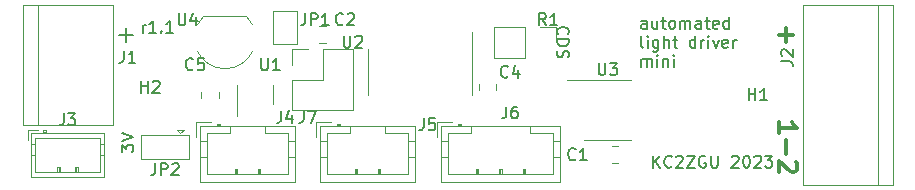
<source format=gbr>
%TF.GenerationSoftware,KiCad,Pcbnew,7.0.6*%
%TF.CreationDate,2023-08-24T15:39:13-04:00*%
%TF.ProjectId,miniald,6d696e69-616c-4642-9e6b-696361645f70,rev?*%
%TF.SameCoordinates,Original*%
%TF.FileFunction,Legend,Top*%
%TF.FilePolarity,Positive*%
%FSLAX46Y46*%
G04 Gerber Fmt 4.6, Leading zero omitted, Abs format (unit mm)*
G04 Created by KiCad (PCBNEW 7.0.6) date 2023-08-24 15:39:13*
%MOMM*%
%LPD*%
G01*
G04 APERTURE LIST*
%ADD10C,0.150000*%
%ADD11C,0.304800*%
%ADD12C,0.200000*%
%ADD13C,0.120000*%
G04 APERTURE END LIST*
D10*
X122830419Y-53308333D02*
X122782800Y-53260714D01*
X122782800Y-53260714D02*
X122735180Y-53117857D01*
X122735180Y-53117857D02*
X122735180Y-53022619D01*
X122735180Y-53022619D02*
X122782800Y-52879762D01*
X122782800Y-52879762D02*
X122878038Y-52784524D01*
X122878038Y-52784524D02*
X122973276Y-52736905D01*
X122973276Y-52736905D02*
X123163752Y-52689286D01*
X123163752Y-52689286D02*
X123306609Y-52689286D01*
X123306609Y-52689286D02*
X123497085Y-52736905D01*
X123497085Y-52736905D02*
X123592323Y-52784524D01*
X123592323Y-52784524D02*
X123687561Y-52879762D01*
X123687561Y-52879762D02*
X123735180Y-53022619D01*
X123735180Y-53022619D02*
X123735180Y-53117857D01*
X123735180Y-53117857D02*
X123687561Y-53260714D01*
X123687561Y-53260714D02*
X123639942Y-53308333D01*
X122735180Y-53736905D02*
X123735180Y-53736905D01*
X123735180Y-53736905D02*
X123735180Y-53975000D01*
X123735180Y-53975000D02*
X123687561Y-54117857D01*
X123687561Y-54117857D02*
X123592323Y-54213095D01*
X123592323Y-54213095D02*
X123497085Y-54260714D01*
X123497085Y-54260714D02*
X123306609Y-54308333D01*
X123306609Y-54308333D02*
X123163752Y-54308333D01*
X123163752Y-54308333D02*
X122973276Y-54260714D01*
X122973276Y-54260714D02*
X122878038Y-54213095D01*
X122878038Y-54213095D02*
X122782800Y-54117857D01*
X122782800Y-54117857D02*
X122735180Y-53975000D01*
X122735180Y-53975000D02*
X122735180Y-53736905D01*
X122782800Y-54689286D02*
X122735180Y-54832143D01*
X122735180Y-54832143D02*
X122735180Y-55070238D01*
X122735180Y-55070238D02*
X122782800Y-55165476D01*
X122782800Y-55165476D02*
X122830419Y-55213095D01*
X122830419Y-55213095D02*
X122925657Y-55260714D01*
X122925657Y-55260714D02*
X123020895Y-55260714D01*
X123020895Y-55260714D02*
X123116133Y-55213095D01*
X123116133Y-55213095D02*
X123163752Y-55165476D01*
X123163752Y-55165476D02*
X123211371Y-55070238D01*
X123211371Y-55070238D02*
X123258990Y-54879762D01*
X123258990Y-54879762D02*
X123306609Y-54784524D01*
X123306609Y-54784524D02*
X123354228Y-54736905D01*
X123354228Y-54736905D02*
X123449466Y-54689286D01*
X123449466Y-54689286D02*
X123544704Y-54689286D01*
X123544704Y-54689286D02*
X123639942Y-54736905D01*
X123639942Y-54736905D02*
X123687561Y-54784524D01*
X123687561Y-54784524D02*
X123735180Y-54879762D01*
X123735180Y-54879762D02*
X123735180Y-55117857D01*
X123735180Y-55117857D02*
X123687561Y-55260714D01*
X85864819Y-63258458D02*
X85864819Y-62639411D01*
X85864819Y-62639411D02*
X86245771Y-62972744D01*
X86245771Y-62972744D02*
X86245771Y-62829887D01*
X86245771Y-62829887D02*
X86293390Y-62734649D01*
X86293390Y-62734649D02*
X86341009Y-62687030D01*
X86341009Y-62687030D02*
X86436247Y-62639411D01*
X86436247Y-62639411D02*
X86674342Y-62639411D01*
X86674342Y-62639411D02*
X86769580Y-62687030D01*
X86769580Y-62687030D02*
X86817200Y-62734649D01*
X86817200Y-62734649D02*
X86864819Y-62829887D01*
X86864819Y-62829887D02*
X86864819Y-63115601D01*
X86864819Y-63115601D02*
X86817200Y-63210839D01*
X86817200Y-63210839D02*
X86769580Y-63258458D01*
X85864819Y-62353696D02*
X86864819Y-62020363D01*
X86864819Y-62020363D02*
X85864819Y-61687030D01*
X130866190Y-64589819D02*
X130866190Y-63589819D01*
X131437618Y-64589819D02*
X131009047Y-64018390D01*
X131437618Y-63589819D02*
X130866190Y-64161247D01*
X132437618Y-64494580D02*
X132389999Y-64542200D01*
X132389999Y-64542200D02*
X132247142Y-64589819D01*
X132247142Y-64589819D02*
X132151904Y-64589819D01*
X132151904Y-64589819D02*
X132009047Y-64542200D01*
X132009047Y-64542200D02*
X131913809Y-64446961D01*
X131913809Y-64446961D02*
X131866190Y-64351723D01*
X131866190Y-64351723D02*
X131818571Y-64161247D01*
X131818571Y-64161247D02*
X131818571Y-64018390D01*
X131818571Y-64018390D02*
X131866190Y-63827914D01*
X131866190Y-63827914D02*
X131913809Y-63732676D01*
X131913809Y-63732676D02*
X132009047Y-63637438D01*
X132009047Y-63637438D02*
X132151904Y-63589819D01*
X132151904Y-63589819D02*
X132247142Y-63589819D01*
X132247142Y-63589819D02*
X132389999Y-63637438D01*
X132389999Y-63637438D02*
X132437618Y-63685057D01*
X132818571Y-63685057D02*
X132866190Y-63637438D01*
X132866190Y-63637438D02*
X132961428Y-63589819D01*
X132961428Y-63589819D02*
X133199523Y-63589819D01*
X133199523Y-63589819D02*
X133294761Y-63637438D01*
X133294761Y-63637438D02*
X133342380Y-63685057D01*
X133342380Y-63685057D02*
X133389999Y-63780295D01*
X133389999Y-63780295D02*
X133389999Y-63875533D01*
X133389999Y-63875533D02*
X133342380Y-64018390D01*
X133342380Y-64018390D02*
X132770952Y-64589819D01*
X132770952Y-64589819D02*
X133389999Y-64589819D01*
X133723333Y-63589819D02*
X134389999Y-63589819D01*
X134389999Y-63589819D02*
X133723333Y-64589819D01*
X133723333Y-64589819D02*
X134389999Y-64589819D01*
X135294761Y-63637438D02*
X135199523Y-63589819D01*
X135199523Y-63589819D02*
X135056666Y-63589819D01*
X135056666Y-63589819D02*
X134913809Y-63637438D01*
X134913809Y-63637438D02*
X134818571Y-63732676D01*
X134818571Y-63732676D02*
X134770952Y-63827914D01*
X134770952Y-63827914D02*
X134723333Y-64018390D01*
X134723333Y-64018390D02*
X134723333Y-64161247D01*
X134723333Y-64161247D02*
X134770952Y-64351723D01*
X134770952Y-64351723D02*
X134818571Y-64446961D01*
X134818571Y-64446961D02*
X134913809Y-64542200D01*
X134913809Y-64542200D02*
X135056666Y-64589819D01*
X135056666Y-64589819D02*
X135151904Y-64589819D01*
X135151904Y-64589819D02*
X135294761Y-64542200D01*
X135294761Y-64542200D02*
X135342380Y-64494580D01*
X135342380Y-64494580D02*
X135342380Y-64161247D01*
X135342380Y-64161247D02*
X135151904Y-64161247D01*
X135770952Y-63589819D02*
X135770952Y-64399342D01*
X135770952Y-64399342D02*
X135818571Y-64494580D01*
X135818571Y-64494580D02*
X135866190Y-64542200D01*
X135866190Y-64542200D02*
X135961428Y-64589819D01*
X135961428Y-64589819D02*
X136151904Y-64589819D01*
X136151904Y-64589819D02*
X136247142Y-64542200D01*
X136247142Y-64542200D02*
X136294761Y-64494580D01*
X136294761Y-64494580D02*
X136342380Y-64399342D01*
X136342380Y-64399342D02*
X136342380Y-63589819D01*
X137532857Y-63685057D02*
X137580476Y-63637438D01*
X137580476Y-63637438D02*
X137675714Y-63589819D01*
X137675714Y-63589819D02*
X137913809Y-63589819D01*
X137913809Y-63589819D02*
X138009047Y-63637438D01*
X138009047Y-63637438D02*
X138056666Y-63685057D01*
X138056666Y-63685057D02*
X138104285Y-63780295D01*
X138104285Y-63780295D02*
X138104285Y-63875533D01*
X138104285Y-63875533D02*
X138056666Y-64018390D01*
X138056666Y-64018390D02*
X137485238Y-64589819D01*
X137485238Y-64589819D02*
X138104285Y-64589819D01*
X138723333Y-63589819D02*
X138818571Y-63589819D01*
X138818571Y-63589819D02*
X138913809Y-63637438D01*
X138913809Y-63637438D02*
X138961428Y-63685057D01*
X138961428Y-63685057D02*
X139009047Y-63780295D01*
X139009047Y-63780295D02*
X139056666Y-63970771D01*
X139056666Y-63970771D02*
X139056666Y-64208866D01*
X139056666Y-64208866D02*
X139009047Y-64399342D01*
X139009047Y-64399342D02*
X138961428Y-64494580D01*
X138961428Y-64494580D02*
X138913809Y-64542200D01*
X138913809Y-64542200D02*
X138818571Y-64589819D01*
X138818571Y-64589819D02*
X138723333Y-64589819D01*
X138723333Y-64589819D02*
X138628095Y-64542200D01*
X138628095Y-64542200D02*
X138580476Y-64494580D01*
X138580476Y-64494580D02*
X138532857Y-64399342D01*
X138532857Y-64399342D02*
X138485238Y-64208866D01*
X138485238Y-64208866D02*
X138485238Y-63970771D01*
X138485238Y-63970771D02*
X138532857Y-63780295D01*
X138532857Y-63780295D02*
X138580476Y-63685057D01*
X138580476Y-63685057D02*
X138628095Y-63637438D01*
X138628095Y-63637438D02*
X138723333Y-63589819D01*
X139437619Y-63685057D02*
X139485238Y-63637438D01*
X139485238Y-63637438D02*
X139580476Y-63589819D01*
X139580476Y-63589819D02*
X139818571Y-63589819D01*
X139818571Y-63589819D02*
X139913809Y-63637438D01*
X139913809Y-63637438D02*
X139961428Y-63685057D01*
X139961428Y-63685057D02*
X140009047Y-63780295D01*
X140009047Y-63780295D02*
X140009047Y-63875533D01*
X140009047Y-63875533D02*
X139961428Y-64018390D01*
X139961428Y-64018390D02*
X139390000Y-64589819D01*
X139390000Y-64589819D02*
X140009047Y-64589819D01*
X140342381Y-63589819D02*
X140961428Y-63589819D01*
X140961428Y-63589819D02*
X140628095Y-63970771D01*
X140628095Y-63970771D02*
X140770952Y-63970771D01*
X140770952Y-63970771D02*
X140866190Y-64018390D01*
X140866190Y-64018390D02*
X140913809Y-64066009D01*
X140913809Y-64066009D02*
X140961428Y-64161247D01*
X140961428Y-64161247D02*
X140961428Y-64399342D01*
X140961428Y-64399342D02*
X140913809Y-64494580D01*
X140913809Y-64494580D02*
X140866190Y-64542200D01*
X140866190Y-64542200D02*
X140770952Y-64589819D01*
X140770952Y-64589819D02*
X140485238Y-64589819D01*
X140485238Y-64589819D02*
X140390000Y-64542200D01*
X140390000Y-64542200D02*
X140342381Y-64494580D01*
D11*
X142131390Y-52759429D02*
X142131390Y-53920572D01*
X141550818Y-53340000D02*
X142711961Y-53340000D01*
D10*
X130305350Y-52819819D02*
X130305350Y-52296009D01*
X130305350Y-52296009D02*
X130257731Y-52200771D01*
X130257731Y-52200771D02*
X130162493Y-52153152D01*
X130162493Y-52153152D02*
X129972017Y-52153152D01*
X129972017Y-52153152D02*
X129876779Y-52200771D01*
X130305350Y-52772200D02*
X130210112Y-52819819D01*
X130210112Y-52819819D02*
X129972017Y-52819819D01*
X129972017Y-52819819D02*
X129876779Y-52772200D01*
X129876779Y-52772200D02*
X129829160Y-52676961D01*
X129829160Y-52676961D02*
X129829160Y-52581723D01*
X129829160Y-52581723D02*
X129876779Y-52486485D01*
X129876779Y-52486485D02*
X129972017Y-52438866D01*
X129972017Y-52438866D02*
X130210112Y-52438866D01*
X130210112Y-52438866D02*
X130305350Y-52391247D01*
X131210112Y-52153152D02*
X131210112Y-52819819D01*
X130781541Y-52153152D02*
X130781541Y-52676961D01*
X130781541Y-52676961D02*
X130829160Y-52772200D01*
X130829160Y-52772200D02*
X130924398Y-52819819D01*
X130924398Y-52819819D02*
X131067255Y-52819819D01*
X131067255Y-52819819D02*
X131162493Y-52772200D01*
X131162493Y-52772200D02*
X131210112Y-52724580D01*
X131543446Y-52153152D02*
X131924398Y-52153152D01*
X131686303Y-51819819D02*
X131686303Y-52676961D01*
X131686303Y-52676961D02*
X131733922Y-52772200D01*
X131733922Y-52772200D02*
X131829160Y-52819819D01*
X131829160Y-52819819D02*
X131924398Y-52819819D01*
X132400589Y-52819819D02*
X132305351Y-52772200D01*
X132305351Y-52772200D02*
X132257732Y-52724580D01*
X132257732Y-52724580D02*
X132210113Y-52629342D01*
X132210113Y-52629342D02*
X132210113Y-52343628D01*
X132210113Y-52343628D02*
X132257732Y-52248390D01*
X132257732Y-52248390D02*
X132305351Y-52200771D01*
X132305351Y-52200771D02*
X132400589Y-52153152D01*
X132400589Y-52153152D02*
X132543446Y-52153152D01*
X132543446Y-52153152D02*
X132638684Y-52200771D01*
X132638684Y-52200771D02*
X132686303Y-52248390D01*
X132686303Y-52248390D02*
X132733922Y-52343628D01*
X132733922Y-52343628D02*
X132733922Y-52629342D01*
X132733922Y-52629342D02*
X132686303Y-52724580D01*
X132686303Y-52724580D02*
X132638684Y-52772200D01*
X132638684Y-52772200D02*
X132543446Y-52819819D01*
X132543446Y-52819819D02*
X132400589Y-52819819D01*
X133162494Y-52819819D02*
X133162494Y-52153152D01*
X133162494Y-52248390D02*
X133210113Y-52200771D01*
X133210113Y-52200771D02*
X133305351Y-52153152D01*
X133305351Y-52153152D02*
X133448208Y-52153152D01*
X133448208Y-52153152D02*
X133543446Y-52200771D01*
X133543446Y-52200771D02*
X133591065Y-52296009D01*
X133591065Y-52296009D02*
X133591065Y-52819819D01*
X133591065Y-52296009D02*
X133638684Y-52200771D01*
X133638684Y-52200771D02*
X133733922Y-52153152D01*
X133733922Y-52153152D02*
X133876779Y-52153152D01*
X133876779Y-52153152D02*
X133972018Y-52200771D01*
X133972018Y-52200771D02*
X134019637Y-52296009D01*
X134019637Y-52296009D02*
X134019637Y-52819819D01*
X134924398Y-52819819D02*
X134924398Y-52296009D01*
X134924398Y-52296009D02*
X134876779Y-52200771D01*
X134876779Y-52200771D02*
X134781541Y-52153152D01*
X134781541Y-52153152D02*
X134591065Y-52153152D01*
X134591065Y-52153152D02*
X134495827Y-52200771D01*
X134924398Y-52772200D02*
X134829160Y-52819819D01*
X134829160Y-52819819D02*
X134591065Y-52819819D01*
X134591065Y-52819819D02*
X134495827Y-52772200D01*
X134495827Y-52772200D02*
X134448208Y-52676961D01*
X134448208Y-52676961D02*
X134448208Y-52581723D01*
X134448208Y-52581723D02*
X134495827Y-52486485D01*
X134495827Y-52486485D02*
X134591065Y-52438866D01*
X134591065Y-52438866D02*
X134829160Y-52438866D01*
X134829160Y-52438866D02*
X134924398Y-52391247D01*
X135257732Y-52153152D02*
X135638684Y-52153152D01*
X135400589Y-51819819D02*
X135400589Y-52676961D01*
X135400589Y-52676961D02*
X135448208Y-52772200D01*
X135448208Y-52772200D02*
X135543446Y-52819819D01*
X135543446Y-52819819D02*
X135638684Y-52819819D01*
X136352970Y-52772200D02*
X136257732Y-52819819D01*
X136257732Y-52819819D02*
X136067256Y-52819819D01*
X136067256Y-52819819D02*
X135972018Y-52772200D01*
X135972018Y-52772200D02*
X135924399Y-52676961D01*
X135924399Y-52676961D02*
X135924399Y-52296009D01*
X135924399Y-52296009D02*
X135972018Y-52200771D01*
X135972018Y-52200771D02*
X136067256Y-52153152D01*
X136067256Y-52153152D02*
X136257732Y-52153152D01*
X136257732Y-52153152D02*
X136352970Y-52200771D01*
X136352970Y-52200771D02*
X136400589Y-52296009D01*
X136400589Y-52296009D02*
X136400589Y-52391247D01*
X136400589Y-52391247D02*
X135924399Y-52486485D01*
X137257732Y-52819819D02*
X137257732Y-51819819D01*
X137257732Y-52772200D02*
X137162494Y-52819819D01*
X137162494Y-52819819D02*
X136972018Y-52819819D01*
X136972018Y-52819819D02*
X136876780Y-52772200D01*
X136876780Y-52772200D02*
X136829161Y-52724580D01*
X136829161Y-52724580D02*
X136781542Y-52629342D01*
X136781542Y-52629342D02*
X136781542Y-52343628D01*
X136781542Y-52343628D02*
X136829161Y-52248390D01*
X136829161Y-52248390D02*
X136876780Y-52200771D01*
X136876780Y-52200771D02*
X136972018Y-52153152D01*
X136972018Y-52153152D02*
X137162494Y-52153152D01*
X137162494Y-52153152D02*
X137257732Y-52200771D01*
X130019636Y-54429819D02*
X129924398Y-54382200D01*
X129924398Y-54382200D02*
X129876779Y-54286961D01*
X129876779Y-54286961D02*
X129876779Y-53429819D01*
X130400589Y-54429819D02*
X130400589Y-53763152D01*
X130400589Y-53429819D02*
X130352970Y-53477438D01*
X130352970Y-53477438D02*
X130400589Y-53525057D01*
X130400589Y-53525057D02*
X130448208Y-53477438D01*
X130448208Y-53477438D02*
X130400589Y-53429819D01*
X130400589Y-53429819D02*
X130400589Y-53525057D01*
X131305350Y-53763152D02*
X131305350Y-54572676D01*
X131305350Y-54572676D02*
X131257731Y-54667914D01*
X131257731Y-54667914D02*
X131210112Y-54715533D01*
X131210112Y-54715533D02*
X131114874Y-54763152D01*
X131114874Y-54763152D02*
X130972017Y-54763152D01*
X130972017Y-54763152D02*
X130876779Y-54715533D01*
X131305350Y-54382200D02*
X131210112Y-54429819D01*
X131210112Y-54429819D02*
X131019636Y-54429819D01*
X131019636Y-54429819D02*
X130924398Y-54382200D01*
X130924398Y-54382200D02*
X130876779Y-54334580D01*
X130876779Y-54334580D02*
X130829160Y-54239342D01*
X130829160Y-54239342D02*
X130829160Y-53953628D01*
X130829160Y-53953628D02*
X130876779Y-53858390D01*
X130876779Y-53858390D02*
X130924398Y-53810771D01*
X130924398Y-53810771D02*
X131019636Y-53763152D01*
X131019636Y-53763152D02*
X131210112Y-53763152D01*
X131210112Y-53763152D02*
X131305350Y-53810771D01*
X131781541Y-54429819D02*
X131781541Y-53429819D01*
X132210112Y-54429819D02*
X132210112Y-53906009D01*
X132210112Y-53906009D02*
X132162493Y-53810771D01*
X132162493Y-53810771D02*
X132067255Y-53763152D01*
X132067255Y-53763152D02*
X131924398Y-53763152D01*
X131924398Y-53763152D02*
X131829160Y-53810771D01*
X131829160Y-53810771D02*
X131781541Y-53858390D01*
X132543446Y-53763152D02*
X132924398Y-53763152D01*
X132686303Y-53429819D02*
X132686303Y-54286961D01*
X132686303Y-54286961D02*
X132733922Y-54382200D01*
X132733922Y-54382200D02*
X132829160Y-54429819D01*
X132829160Y-54429819D02*
X132924398Y-54429819D01*
X134448208Y-54429819D02*
X134448208Y-53429819D01*
X134448208Y-54382200D02*
X134352970Y-54429819D01*
X134352970Y-54429819D02*
X134162494Y-54429819D01*
X134162494Y-54429819D02*
X134067256Y-54382200D01*
X134067256Y-54382200D02*
X134019637Y-54334580D01*
X134019637Y-54334580D02*
X133972018Y-54239342D01*
X133972018Y-54239342D02*
X133972018Y-53953628D01*
X133972018Y-53953628D02*
X134019637Y-53858390D01*
X134019637Y-53858390D02*
X134067256Y-53810771D01*
X134067256Y-53810771D02*
X134162494Y-53763152D01*
X134162494Y-53763152D02*
X134352970Y-53763152D01*
X134352970Y-53763152D02*
X134448208Y-53810771D01*
X134924399Y-54429819D02*
X134924399Y-53763152D01*
X134924399Y-53953628D02*
X134972018Y-53858390D01*
X134972018Y-53858390D02*
X135019637Y-53810771D01*
X135019637Y-53810771D02*
X135114875Y-53763152D01*
X135114875Y-53763152D02*
X135210113Y-53763152D01*
X135543447Y-54429819D02*
X135543447Y-53763152D01*
X135543447Y-53429819D02*
X135495828Y-53477438D01*
X135495828Y-53477438D02*
X135543447Y-53525057D01*
X135543447Y-53525057D02*
X135591066Y-53477438D01*
X135591066Y-53477438D02*
X135543447Y-53429819D01*
X135543447Y-53429819D02*
X135543447Y-53525057D01*
X135924399Y-53763152D02*
X136162494Y-54429819D01*
X136162494Y-54429819D02*
X136400589Y-53763152D01*
X137162494Y-54382200D02*
X137067256Y-54429819D01*
X137067256Y-54429819D02*
X136876780Y-54429819D01*
X136876780Y-54429819D02*
X136781542Y-54382200D01*
X136781542Y-54382200D02*
X136733923Y-54286961D01*
X136733923Y-54286961D02*
X136733923Y-53906009D01*
X136733923Y-53906009D02*
X136781542Y-53810771D01*
X136781542Y-53810771D02*
X136876780Y-53763152D01*
X136876780Y-53763152D02*
X137067256Y-53763152D01*
X137067256Y-53763152D02*
X137162494Y-53810771D01*
X137162494Y-53810771D02*
X137210113Y-53906009D01*
X137210113Y-53906009D02*
X137210113Y-54001247D01*
X137210113Y-54001247D02*
X136733923Y-54096485D01*
X137638685Y-54429819D02*
X137638685Y-53763152D01*
X137638685Y-53953628D02*
X137686304Y-53858390D01*
X137686304Y-53858390D02*
X137733923Y-53810771D01*
X137733923Y-53810771D02*
X137829161Y-53763152D01*
X137829161Y-53763152D02*
X137924399Y-53763152D01*
X129876779Y-56039819D02*
X129876779Y-55373152D01*
X129876779Y-55468390D02*
X129924398Y-55420771D01*
X129924398Y-55420771D02*
X130019636Y-55373152D01*
X130019636Y-55373152D02*
X130162493Y-55373152D01*
X130162493Y-55373152D02*
X130257731Y-55420771D01*
X130257731Y-55420771D02*
X130305350Y-55516009D01*
X130305350Y-55516009D02*
X130305350Y-56039819D01*
X130305350Y-55516009D02*
X130352969Y-55420771D01*
X130352969Y-55420771D02*
X130448207Y-55373152D01*
X130448207Y-55373152D02*
X130591064Y-55373152D01*
X130591064Y-55373152D02*
X130686303Y-55420771D01*
X130686303Y-55420771D02*
X130733922Y-55516009D01*
X130733922Y-55516009D02*
X130733922Y-56039819D01*
X131210112Y-56039819D02*
X131210112Y-55373152D01*
X131210112Y-55039819D02*
X131162493Y-55087438D01*
X131162493Y-55087438D02*
X131210112Y-55135057D01*
X131210112Y-55135057D02*
X131257731Y-55087438D01*
X131257731Y-55087438D02*
X131210112Y-55039819D01*
X131210112Y-55039819D02*
X131210112Y-55135057D01*
X131686302Y-55373152D02*
X131686302Y-56039819D01*
X131686302Y-55468390D02*
X131733921Y-55420771D01*
X131733921Y-55420771D02*
X131829159Y-55373152D01*
X131829159Y-55373152D02*
X131972016Y-55373152D01*
X131972016Y-55373152D02*
X132067254Y-55420771D01*
X132067254Y-55420771D02*
X132114873Y-55516009D01*
X132114873Y-55516009D02*
X132114873Y-56039819D01*
X132591064Y-56039819D02*
X132591064Y-55373152D01*
X132591064Y-55039819D02*
X132543445Y-55087438D01*
X132543445Y-55087438D02*
X132591064Y-55135057D01*
X132591064Y-55135057D02*
X132638683Y-55087438D01*
X132638683Y-55087438D02*
X132591064Y-55039819D01*
X132591064Y-55039819D02*
X132591064Y-55135057D01*
D11*
X141550818Y-61631285D02*
X141550818Y-60760428D01*
X141550818Y-61195857D02*
X143074818Y-61195857D01*
X143074818Y-61195857D02*
X142857104Y-61050714D01*
X142857104Y-61050714D02*
X142711961Y-60905571D01*
X142711961Y-60905571D02*
X142639390Y-60760428D01*
X142131390Y-62284429D02*
X142131390Y-63445572D01*
X142929675Y-64098714D02*
X143002247Y-64171286D01*
X143002247Y-64171286D02*
X143074818Y-64316429D01*
X143074818Y-64316429D02*
X143074818Y-64679286D01*
X143074818Y-64679286D02*
X143002247Y-64824429D01*
X143002247Y-64824429D02*
X142929675Y-64897000D01*
X142929675Y-64897000D02*
X142784532Y-64969571D01*
X142784532Y-64969571D02*
X142639390Y-64969571D01*
X142639390Y-64969571D02*
X142421675Y-64897000D01*
X142421675Y-64897000D02*
X141550818Y-64026143D01*
X141550818Y-64026143D02*
X141550818Y-64969571D01*
D10*
X87638095Y-53159819D02*
X87638095Y-52493152D01*
X87638095Y-52683628D02*
X87685714Y-52588390D01*
X87685714Y-52588390D02*
X87733333Y-52540771D01*
X87733333Y-52540771D02*
X87828571Y-52493152D01*
X87828571Y-52493152D02*
X87923809Y-52493152D01*
X88780952Y-53159819D02*
X88209524Y-53159819D01*
X88495238Y-53159819D02*
X88495238Y-52159819D01*
X88495238Y-52159819D02*
X88400000Y-52302676D01*
X88400000Y-52302676D02*
X88304762Y-52397914D01*
X88304762Y-52397914D02*
X88209524Y-52445533D01*
X89209524Y-53064580D02*
X89257143Y-53112200D01*
X89257143Y-53112200D02*
X89209524Y-53159819D01*
X89209524Y-53159819D02*
X89161905Y-53112200D01*
X89161905Y-53112200D02*
X89209524Y-53064580D01*
X89209524Y-53064580D02*
X89209524Y-53159819D01*
X90209523Y-53159819D02*
X89638095Y-53159819D01*
X89923809Y-53159819D02*
X89923809Y-52159819D01*
X89923809Y-52159819D02*
X89828571Y-52302676D01*
X89828571Y-52302676D02*
X89733333Y-52397914D01*
X89733333Y-52397914D02*
X89638095Y-52445533D01*
D12*
X86245940Y-52759429D02*
X86245940Y-53920572D01*
X85665368Y-53340000D02*
X86826511Y-53340000D01*
D10*
X118578333Y-56874580D02*
X118530714Y-56922200D01*
X118530714Y-56922200D02*
X118387857Y-56969819D01*
X118387857Y-56969819D02*
X118292619Y-56969819D01*
X118292619Y-56969819D02*
X118149762Y-56922200D01*
X118149762Y-56922200D02*
X118054524Y-56826961D01*
X118054524Y-56826961D02*
X118006905Y-56731723D01*
X118006905Y-56731723D02*
X117959286Y-56541247D01*
X117959286Y-56541247D02*
X117959286Y-56398390D01*
X117959286Y-56398390D02*
X118006905Y-56207914D01*
X118006905Y-56207914D02*
X118054524Y-56112676D01*
X118054524Y-56112676D02*
X118149762Y-56017438D01*
X118149762Y-56017438D02*
X118292619Y-55969819D01*
X118292619Y-55969819D02*
X118387857Y-55969819D01*
X118387857Y-55969819D02*
X118530714Y-56017438D01*
X118530714Y-56017438D02*
X118578333Y-56065057D01*
X119435476Y-56303152D02*
X119435476Y-56969819D01*
X119197381Y-55922200D02*
X118959286Y-56636485D01*
X118959286Y-56636485D02*
X119578333Y-56636485D01*
X90678095Y-51524819D02*
X90678095Y-52334342D01*
X90678095Y-52334342D02*
X90725714Y-52429580D01*
X90725714Y-52429580D02*
X90773333Y-52477200D01*
X90773333Y-52477200D02*
X90868571Y-52524819D01*
X90868571Y-52524819D02*
X91059047Y-52524819D01*
X91059047Y-52524819D02*
X91154285Y-52477200D01*
X91154285Y-52477200D02*
X91201904Y-52429580D01*
X91201904Y-52429580D02*
X91249523Y-52334342D01*
X91249523Y-52334342D02*
X91249523Y-51524819D01*
X92154285Y-51858152D02*
X92154285Y-52524819D01*
X91916190Y-51477200D02*
X91678095Y-52191485D01*
X91678095Y-52191485D02*
X92297142Y-52191485D01*
X111426666Y-60414819D02*
X111426666Y-61129104D01*
X111426666Y-61129104D02*
X111379047Y-61271961D01*
X111379047Y-61271961D02*
X111283809Y-61367200D01*
X111283809Y-61367200D02*
X111140952Y-61414819D01*
X111140952Y-61414819D02*
X111045714Y-61414819D01*
X112379047Y-60414819D02*
X111902857Y-60414819D01*
X111902857Y-60414819D02*
X111855238Y-60891009D01*
X111855238Y-60891009D02*
X111902857Y-60843390D01*
X111902857Y-60843390D02*
X111998095Y-60795771D01*
X111998095Y-60795771D02*
X112236190Y-60795771D01*
X112236190Y-60795771D02*
X112331428Y-60843390D01*
X112331428Y-60843390D02*
X112379047Y-60891009D01*
X112379047Y-60891009D02*
X112426666Y-60986247D01*
X112426666Y-60986247D02*
X112426666Y-61224342D01*
X112426666Y-61224342D02*
X112379047Y-61319580D01*
X112379047Y-61319580D02*
X112331428Y-61367200D01*
X112331428Y-61367200D02*
X112236190Y-61414819D01*
X112236190Y-61414819D02*
X111998095Y-61414819D01*
X111998095Y-61414819D02*
X111902857Y-61367200D01*
X111902857Y-61367200D02*
X111855238Y-61319580D01*
X88701666Y-64224819D02*
X88701666Y-64939104D01*
X88701666Y-64939104D02*
X88654047Y-65081961D01*
X88654047Y-65081961D02*
X88558809Y-65177200D01*
X88558809Y-65177200D02*
X88415952Y-65224819D01*
X88415952Y-65224819D02*
X88320714Y-65224819D01*
X89177857Y-65224819D02*
X89177857Y-64224819D01*
X89177857Y-64224819D02*
X89558809Y-64224819D01*
X89558809Y-64224819D02*
X89654047Y-64272438D01*
X89654047Y-64272438D02*
X89701666Y-64320057D01*
X89701666Y-64320057D02*
X89749285Y-64415295D01*
X89749285Y-64415295D02*
X89749285Y-64558152D01*
X89749285Y-64558152D02*
X89701666Y-64653390D01*
X89701666Y-64653390D02*
X89654047Y-64701009D01*
X89654047Y-64701009D02*
X89558809Y-64748628D01*
X89558809Y-64748628D02*
X89177857Y-64748628D01*
X90130238Y-64320057D02*
X90177857Y-64272438D01*
X90177857Y-64272438D02*
X90273095Y-64224819D01*
X90273095Y-64224819D02*
X90511190Y-64224819D01*
X90511190Y-64224819D02*
X90606428Y-64272438D01*
X90606428Y-64272438D02*
X90654047Y-64320057D01*
X90654047Y-64320057D02*
X90701666Y-64415295D01*
X90701666Y-64415295D02*
X90701666Y-64510533D01*
X90701666Y-64510533D02*
X90654047Y-64653390D01*
X90654047Y-64653390D02*
X90082619Y-65224819D01*
X90082619Y-65224819D02*
X90701666Y-65224819D01*
X138938095Y-58874819D02*
X138938095Y-57874819D01*
X138938095Y-58351009D02*
X139509523Y-58351009D01*
X139509523Y-58874819D02*
X139509523Y-57874819D01*
X140509523Y-58874819D02*
X139938095Y-58874819D01*
X140223809Y-58874819D02*
X140223809Y-57874819D01*
X140223809Y-57874819D02*
X140128571Y-58017676D01*
X140128571Y-58017676D02*
X140033333Y-58112914D01*
X140033333Y-58112914D02*
X139938095Y-58160533D01*
X104608333Y-52429580D02*
X104560714Y-52477200D01*
X104560714Y-52477200D02*
X104417857Y-52524819D01*
X104417857Y-52524819D02*
X104322619Y-52524819D01*
X104322619Y-52524819D02*
X104179762Y-52477200D01*
X104179762Y-52477200D02*
X104084524Y-52381961D01*
X104084524Y-52381961D02*
X104036905Y-52286723D01*
X104036905Y-52286723D02*
X103989286Y-52096247D01*
X103989286Y-52096247D02*
X103989286Y-51953390D01*
X103989286Y-51953390D02*
X104036905Y-51762914D01*
X104036905Y-51762914D02*
X104084524Y-51667676D01*
X104084524Y-51667676D02*
X104179762Y-51572438D01*
X104179762Y-51572438D02*
X104322619Y-51524819D01*
X104322619Y-51524819D02*
X104417857Y-51524819D01*
X104417857Y-51524819D02*
X104560714Y-51572438D01*
X104560714Y-51572438D02*
X104608333Y-51620057D01*
X104989286Y-51620057D02*
X105036905Y-51572438D01*
X105036905Y-51572438D02*
X105132143Y-51524819D01*
X105132143Y-51524819D02*
X105370238Y-51524819D01*
X105370238Y-51524819D02*
X105465476Y-51572438D01*
X105465476Y-51572438D02*
X105513095Y-51620057D01*
X105513095Y-51620057D02*
X105560714Y-51715295D01*
X105560714Y-51715295D02*
X105560714Y-51810533D01*
X105560714Y-51810533D02*
X105513095Y-51953390D01*
X105513095Y-51953390D02*
X104941667Y-52524819D01*
X104941667Y-52524819D02*
X105560714Y-52524819D01*
X141694819Y-55578333D02*
X142409104Y-55578333D01*
X142409104Y-55578333D02*
X142551961Y-55625952D01*
X142551961Y-55625952D02*
X142647200Y-55721190D01*
X142647200Y-55721190D02*
X142694819Y-55864047D01*
X142694819Y-55864047D02*
X142694819Y-55959285D01*
X141790057Y-55149761D02*
X141742438Y-55102142D01*
X141742438Y-55102142D02*
X141694819Y-55006904D01*
X141694819Y-55006904D02*
X141694819Y-54768809D01*
X141694819Y-54768809D02*
X141742438Y-54673571D01*
X141742438Y-54673571D02*
X141790057Y-54625952D01*
X141790057Y-54625952D02*
X141885295Y-54578333D01*
X141885295Y-54578333D02*
X141980533Y-54578333D01*
X141980533Y-54578333D02*
X142123390Y-54625952D01*
X142123390Y-54625952D02*
X142694819Y-55197380D01*
X142694819Y-55197380D02*
X142694819Y-54578333D01*
X97663095Y-55334819D02*
X97663095Y-56144342D01*
X97663095Y-56144342D02*
X97710714Y-56239580D01*
X97710714Y-56239580D02*
X97758333Y-56287200D01*
X97758333Y-56287200D02*
X97853571Y-56334819D01*
X97853571Y-56334819D02*
X98044047Y-56334819D01*
X98044047Y-56334819D02*
X98139285Y-56287200D01*
X98139285Y-56287200D02*
X98186904Y-56239580D01*
X98186904Y-56239580D02*
X98234523Y-56144342D01*
X98234523Y-56144342D02*
X98234523Y-55334819D01*
X99234523Y-56334819D02*
X98663095Y-56334819D01*
X98948809Y-56334819D02*
X98948809Y-55334819D01*
X98948809Y-55334819D02*
X98853571Y-55477676D01*
X98853571Y-55477676D02*
X98758333Y-55572914D01*
X98758333Y-55572914D02*
X98663095Y-55620533D01*
X86026666Y-54699819D02*
X86026666Y-55414104D01*
X86026666Y-55414104D02*
X85979047Y-55556961D01*
X85979047Y-55556961D02*
X85883809Y-55652200D01*
X85883809Y-55652200D02*
X85740952Y-55699819D01*
X85740952Y-55699819D02*
X85645714Y-55699819D01*
X87026666Y-55699819D02*
X86455238Y-55699819D01*
X86740952Y-55699819D02*
X86740952Y-54699819D01*
X86740952Y-54699819D02*
X86645714Y-54842676D01*
X86645714Y-54842676D02*
X86550476Y-54937914D01*
X86550476Y-54937914D02*
X86455238Y-54985533D01*
X80946666Y-60004819D02*
X80946666Y-60719104D01*
X80946666Y-60719104D02*
X80899047Y-60861961D01*
X80899047Y-60861961D02*
X80803809Y-60957200D01*
X80803809Y-60957200D02*
X80660952Y-61004819D01*
X80660952Y-61004819D02*
X80565714Y-61004819D01*
X81327619Y-60004819D02*
X81946666Y-60004819D01*
X81946666Y-60004819D02*
X81613333Y-60385771D01*
X81613333Y-60385771D02*
X81756190Y-60385771D01*
X81756190Y-60385771D02*
X81851428Y-60433390D01*
X81851428Y-60433390D02*
X81899047Y-60481009D01*
X81899047Y-60481009D02*
X81946666Y-60576247D01*
X81946666Y-60576247D02*
X81946666Y-60814342D01*
X81946666Y-60814342D02*
X81899047Y-60909580D01*
X81899047Y-60909580D02*
X81851428Y-60957200D01*
X81851428Y-60957200D02*
X81756190Y-61004819D01*
X81756190Y-61004819D02*
X81470476Y-61004819D01*
X81470476Y-61004819D02*
X81375238Y-60957200D01*
X81375238Y-60957200D02*
X81327619Y-60909580D01*
X118411666Y-59419819D02*
X118411666Y-60134104D01*
X118411666Y-60134104D02*
X118364047Y-60276961D01*
X118364047Y-60276961D02*
X118268809Y-60372200D01*
X118268809Y-60372200D02*
X118125952Y-60419819D01*
X118125952Y-60419819D02*
X118030714Y-60419819D01*
X119316428Y-59419819D02*
X119125952Y-59419819D01*
X119125952Y-59419819D02*
X119030714Y-59467438D01*
X119030714Y-59467438D02*
X118983095Y-59515057D01*
X118983095Y-59515057D02*
X118887857Y-59657914D01*
X118887857Y-59657914D02*
X118840238Y-59848390D01*
X118840238Y-59848390D02*
X118840238Y-60229342D01*
X118840238Y-60229342D02*
X118887857Y-60324580D01*
X118887857Y-60324580D02*
X118935476Y-60372200D01*
X118935476Y-60372200D02*
X119030714Y-60419819D01*
X119030714Y-60419819D02*
X119221190Y-60419819D01*
X119221190Y-60419819D02*
X119316428Y-60372200D01*
X119316428Y-60372200D02*
X119364047Y-60324580D01*
X119364047Y-60324580D02*
X119411666Y-60229342D01*
X119411666Y-60229342D02*
X119411666Y-59991247D01*
X119411666Y-59991247D02*
X119364047Y-59896009D01*
X119364047Y-59896009D02*
X119316428Y-59848390D01*
X119316428Y-59848390D02*
X119221190Y-59800771D01*
X119221190Y-59800771D02*
X119030714Y-59800771D01*
X119030714Y-59800771D02*
X118935476Y-59848390D01*
X118935476Y-59848390D02*
X118887857Y-59896009D01*
X118887857Y-59896009D02*
X118840238Y-59991247D01*
X99361666Y-59779819D02*
X99361666Y-60494104D01*
X99361666Y-60494104D02*
X99314047Y-60636961D01*
X99314047Y-60636961D02*
X99218809Y-60732200D01*
X99218809Y-60732200D02*
X99075952Y-60779819D01*
X99075952Y-60779819D02*
X98980714Y-60779819D01*
X100266428Y-60113152D02*
X100266428Y-60779819D01*
X100028333Y-59732200D02*
X99790238Y-60446485D01*
X99790238Y-60446485D02*
X100409285Y-60446485D01*
X87503095Y-58239819D02*
X87503095Y-57239819D01*
X87503095Y-57716009D02*
X88074523Y-57716009D01*
X88074523Y-58239819D02*
X88074523Y-57239819D01*
X88503095Y-57335057D02*
X88550714Y-57287438D01*
X88550714Y-57287438D02*
X88645952Y-57239819D01*
X88645952Y-57239819D02*
X88884047Y-57239819D01*
X88884047Y-57239819D02*
X88979285Y-57287438D01*
X88979285Y-57287438D02*
X89026904Y-57335057D01*
X89026904Y-57335057D02*
X89074523Y-57430295D01*
X89074523Y-57430295D02*
X89074523Y-57525533D01*
X89074523Y-57525533D02*
X89026904Y-57668390D01*
X89026904Y-57668390D02*
X88455476Y-58239819D01*
X88455476Y-58239819D02*
X89074523Y-58239819D01*
X104648095Y-53429819D02*
X104648095Y-54239342D01*
X104648095Y-54239342D02*
X104695714Y-54334580D01*
X104695714Y-54334580D02*
X104743333Y-54382200D01*
X104743333Y-54382200D02*
X104838571Y-54429819D01*
X104838571Y-54429819D02*
X105029047Y-54429819D01*
X105029047Y-54429819D02*
X105124285Y-54382200D01*
X105124285Y-54382200D02*
X105171904Y-54334580D01*
X105171904Y-54334580D02*
X105219523Y-54239342D01*
X105219523Y-54239342D02*
X105219523Y-53429819D01*
X105648095Y-53525057D02*
X105695714Y-53477438D01*
X105695714Y-53477438D02*
X105790952Y-53429819D01*
X105790952Y-53429819D02*
X106029047Y-53429819D01*
X106029047Y-53429819D02*
X106124285Y-53477438D01*
X106124285Y-53477438D02*
X106171904Y-53525057D01*
X106171904Y-53525057D02*
X106219523Y-53620295D01*
X106219523Y-53620295D02*
X106219523Y-53715533D01*
X106219523Y-53715533D02*
X106171904Y-53858390D01*
X106171904Y-53858390D02*
X105600476Y-54429819D01*
X105600476Y-54429819D02*
X106219523Y-54429819D01*
X126238095Y-55744819D02*
X126238095Y-56554342D01*
X126238095Y-56554342D02*
X126285714Y-56649580D01*
X126285714Y-56649580D02*
X126333333Y-56697200D01*
X126333333Y-56697200D02*
X126428571Y-56744819D01*
X126428571Y-56744819D02*
X126619047Y-56744819D01*
X126619047Y-56744819D02*
X126714285Y-56697200D01*
X126714285Y-56697200D02*
X126761904Y-56649580D01*
X126761904Y-56649580D02*
X126809523Y-56554342D01*
X126809523Y-56554342D02*
X126809523Y-55744819D01*
X127190476Y-55744819D02*
X127809523Y-55744819D01*
X127809523Y-55744819D02*
X127476190Y-56125771D01*
X127476190Y-56125771D02*
X127619047Y-56125771D01*
X127619047Y-56125771D02*
X127714285Y-56173390D01*
X127714285Y-56173390D02*
X127761904Y-56221009D01*
X127761904Y-56221009D02*
X127809523Y-56316247D01*
X127809523Y-56316247D02*
X127809523Y-56554342D01*
X127809523Y-56554342D02*
X127761904Y-56649580D01*
X127761904Y-56649580D02*
X127714285Y-56697200D01*
X127714285Y-56697200D02*
X127619047Y-56744819D01*
X127619047Y-56744819D02*
X127333333Y-56744819D01*
X127333333Y-56744819D02*
X127238095Y-56697200D01*
X127238095Y-56697200D02*
X127190476Y-56649580D01*
X91908333Y-56239580D02*
X91860714Y-56287200D01*
X91860714Y-56287200D02*
X91717857Y-56334819D01*
X91717857Y-56334819D02*
X91622619Y-56334819D01*
X91622619Y-56334819D02*
X91479762Y-56287200D01*
X91479762Y-56287200D02*
X91384524Y-56191961D01*
X91384524Y-56191961D02*
X91336905Y-56096723D01*
X91336905Y-56096723D02*
X91289286Y-55906247D01*
X91289286Y-55906247D02*
X91289286Y-55763390D01*
X91289286Y-55763390D02*
X91336905Y-55572914D01*
X91336905Y-55572914D02*
X91384524Y-55477676D01*
X91384524Y-55477676D02*
X91479762Y-55382438D01*
X91479762Y-55382438D02*
X91622619Y-55334819D01*
X91622619Y-55334819D02*
X91717857Y-55334819D01*
X91717857Y-55334819D02*
X91860714Y-55382438D01*
X91860714Y-55382438D02*
X91908333Y-55430057D01*
X92813095Y-55334819D02*
X92336905Y-55334819D01*
X92336905Y-55334819D02*
X92289286Y-55811009D01*
X92289286Y-55811009D02*
X92336905Y-55763390D01*
X92336905Y-55763390D02*
X92432143Y-55715771D01*
X92432143Y-55715771D02*
X92670238Y-55715771D01*
X92670238Y-55715771D02*
X92765476Y-55763390D01*
X92765476Y-55763390D02*
X92813095Y-55811009D01*
X92813095Y-55811009D02*
X92860714Y-55906247D01*
X92860714Y-55906247D02*
X92860714Y-56144342D01*
X92860714Y-56144342D02*
X92813095Y-56239580D01*
X92813095Y-56239580D02*
X92765476Y-56287200D01*
X92765476Y-56287200D02*
X92670238Y-56334819D01*
X92670238Y-56334819D02*
X92432143Y-56334819D01*
X92432143Y-56334819D02*
X92336905Y-56287200D01*
X92336905Y-56287200D02*
X92289286Y-56239580D01*
X124293333Y-63859580D02*
X124245714Y-63907200D01*
X124245714Y-63907200D02*
X124102857Y-63954819D01*
X124102857Y-63954819D02*
X124007619Y-63954819D01*
X124007619Y-63954819D02*
X123864762Y-63907200D01*
X123864762Y-63907200D02*
X123769524Y-63811961D01*
X123769524Y-63811961D02*
X123721905Y-63716723D01*
X123721905Y-63716723D02*
X123674286Y-63526247D01*
X123674286Y-63526247D02*
X123674286Y-63383390D01*
X123674286Y-63383390D02*
X123721905Y-63192914D01*
X123721905Y-63192914D02*
X123769524Y-63097676D01*
X123769524Y-63097676D02*
X123864762Y-63002438D01*
X123864762Y-63002438D02*
X124007619Y-62954819D01*
X124007619Y-62954819D02*
X124102857Y-62954819D01*
X124102857Y-62954819D02*
X124245714Y-63002438D01*
X124245714Y-63002438D02*
X124293333Y-63050057D01*
X125245714Y-63954819D02*
X124674286Y-63954819D01*
X124960000Y-63954819D02*
X124960000Y-62954819D01*
X124960000Y-62954819D02*
X124864762Y-63097676D01*
X124864762Y-63097676D02*
X124769524Y-63192914D01*
X124769524Y-63192914D02*
X124674286Y-63240533D01*
X121783333Y-52524819D02*
X121450000Y-52048628D01*
X121211905Y-52524819D02*
X121211905Y-51524819D01*
X121211905Y-51524819D02*
X121592857Y-51524819D01*
X121592857Y-51524819D02*
X121688095Y-51572438D01*
X121688095Y-51572438D02*
X121735714Y-51620057D01*
X121735714Y-51620057D02*
X121783333Y-51715295D01*
X121783333Y-51715295D02*
X121783333Y-51858152D01*
X121783333Y-51858152D02*
X121735714Y-51953390D01*
X121735714Y-51953390D02*
X121688095Y-52001009D01*
X121688095Y-52001009D02*
X121592857Y-52048628D01*
X121592857Y-52048628D02*
X121211905Y-52048628D01*
X122735714Y-52524819D02*
X122164286Y-52524819D01*
X122450000Y-52524819D02*
X122450000Y-51524819D01*
X122450000Y-51524819D02*
X122354762Y-51667676D01*
X122354762Y-51667676D02*
X122259524Y-51762914D01*
X122259524Y-51762914D02*
X122164286Y-51810533D01*
X101401666Y-51524819D02*
X101401666Y-52239104D01*
X101401666Y-52239104D02*
X101354047Y-52381961D01*
X101354047Y-52381961D02*
X101258809Y-52477200D01*
X101258809Y-52477200D02*
X101115952Y-52524819D01*
X101115952Y-52524819D02*
X101020714Y-52524819D01*
X101877857Y-52524819D02*
X101877857Y-51524819D01*
X101877857Y-51524819D02*
X102258809Y-51524819D01*
X102258809Y-51524819D02*
X102354047Y-51572438D01*
X102354047Y-51572438D02*
X102401666Y-51620057D01*
X102401666Y-51620057D02*
X102449285Y-51715295D01*
X102449285Y-51715295D02*
X102449285Y-51858152D01*
X102449285Y-51858152D02*
X102401666Y-51953390D01*
X102401666Y-51953390D02*
X102354047Y-52001009D01*
X102354047Y-52001009D02*
X102258809Y-52048628D01*
X102258809Y-52048628D02*
X101877857Y-52048628D01*
X103401666Y-52524819D02*
X102830238Y-52524819D01*
X103115952Y-52524819D02*
X103115952Y-51524819D01*
X103115952Y-51524819D02*
X103020714Y-51667676D01*
X103020714Y-51667676D02*
X102925476Y-51762914D01*
X102925476Y-51762914D02*
X102830238Y-51810533D01*
X101266666Y-59779819D02*
X101266666Y-60494104D01*
X101266666Y-60494104D02*
X101219047Y-60636961D01*
X101219047Y-60636961D02*
X101123809Y-60732200D01*
X101123809Y-60732200D02*
X100980952Y-60779819D01*
X100980952Y-60779819D02*
X100885714Y-60779819D01*
X101647619Y-59779819D02*
X102314285Y-59779819D01*
X102314285Y-59779819D02*
X101885714Y-60779819D01*
D13*
%TO.C,C4*%
X117580000Y-57523748D02*
X117580000Y-58046252D01*
X116110000Y-57523748D02*
X116110000Y-58046252D01*
%TO.C,U4*%
X96415000Y-51765000D02*
X92815000Y-51765000D01*
X94615000Y-56214999D02*
G75*
G03*
X96971399Y-54713807I0J2599999D01*
G01*
X96939183Y-52492205D02*
G75*
G03*
X96414999Y-51765001I-2324183J-1122795D01*
G01*
X92258600Y-54713807D02*
G75*
G03*
X94615000Y-56215000I2356400J1098807D01*
G01*
X92815001Y-51765001D02*
G75*
G03*
X92290817Y-52492205I1799999J-1849999D01*
G01*
%TO.C,J5*%
X102320000Y-60755000D02*
X102320000Y-62005000D01*
X102620000Y-61055000D02*
X102620000Y-65775000D01*
X102620000Y-62365000D02*
X103230000Y-62365000D01*
X102620000Y-63665000D02*
X103230000Y-63665000D01*
X102620000Y-65775000D02*
X110740000Y-65775000D01*
X103230000Y-61665000D02*
X103230000Y-65165000D01*
X103230000Y-65165000D02*
X110130000Y-65165000D01*
X103570000Y-60755000D02*
X102320000Y-60755000D01*
X104080000Y-60855000D02*
X104080000Y-61055000D01*
X104380000Y-60855000D02*
X104080000Y-60855000D01*
X104380000Y-60955000D02*
X104080000Y-60955000D01*
X104380000Y-61055000D02*
X104380000Y-60855000D01*
X105180000Y-61055000D02*
X105180000Y-61665000D01*
X105180000Y-61665000D02*
X103230000Y-61665000D01*
X105580000Y-64665000D02*
X105780000Y-64665000D01*
X105580000Y-65165000D02*
X105580000Y-64665000D01*
X105680000Y-65165000D02*
X105680000Y-64665000D01*
X105780000Y-64665000D02*
X105780000Y-65165000D01*
X107580000Y-64665000D02*
X107780000Y-64665000D01*
X107580000Y-65165000D02*
X107580000Y-64665000D01*
X107680000Y-65165000D02*
X107680000Y-64665000D01*
X107780000Y-64665000D02*
X107780000Y-65165000D01*
X108180000Y-61665000D02*
X108180000Y-61055000D01*
X110130000Y-61665000D02*
X108180000Y-61665000D01*
X110130000Y-65165000D02*
X110130000Y-61665000D01*
X110740000Y-61055000D02*
X102620000Y-61055000D01*
X110740000Y-62365000D02*
X110130000Y-62365000D01*
X110740000Y-63665000D02*
X110130000Y-63665000D01*
X110740000Y-65775000D02*
X110740000Y-61055000D01*
%TO.C,JP2*%
X91585000Y-63865000D02*
X87485000Y-63865000D01*
X91585000Y-61865000D02*
X91585000Y-63865000D01*
X91135000Y-61365000D02*
X90535000Y-61365000D01*
X90835000Y-61665000D02*
X91135000Y-61365000D01*
X90835000Y-61665000D02*
X90535000Y-61365000D01*
X87485000Y-63865000D02*
X87485000Y-61865000D01*
X87485000Y-61865000D02*
X91585000Y-61865000D01*
%TO.C,C2*%
X102608748Y-52605000D02*
X103131252Y-52605000D01*
X102608748Y-54075000D02*
X103131252Y-54075000D01*
%TO.C,J2*%
X143510000Y-66040000D02*
X143510000Y-50800000D01*
X149860000Y-66040000D02*
X149860000Y-50800000D01*
X151130000Y-66040000D02*
X143510000Y-66040000D01*
X151130000Y-66040000D02*
X151130000Y-50800000D01*
X151130000Y-50800000D02*
X143510000Y-50800000D01*
%TO.C,U1*%
X95595000Y-58420000D02*
X95595000Y-60220000D01*
X95595000Y-58420000D02*
X95595000Y-57620000D01*
X98715000Y-58420000D02*
X98715000Y-59220000D01*
X98715000Y-58420000D02*
X98715000Y-57620000D01*
%TO.C,J1*%
X85090000Y-50800000D02*
X77470000Y-50800000D01*
X77470000Y-50800000D02*
X77470000Y-60960000D01*
X85090000Y-60960000D02*
X85090000Y-50800000D01*
X78740000Y-60960000D02*
X78740000Y-50800000D01*
X77470000Y-60960000D02*
X85090000Y-60960000D01*
%TO.C,J3*%
X77970000Y-61440000D02*
X77970000Y-62240000D01*
X78170000Y-61640000D02*
X78170000Y-65360000D01*
X78170000Y-62550000D02*
X78570000Y-62550000D01*
X78170000Y-63550000D02*
X78570000Y-63550000D01*
X78170000Y-65360000D02*
X84390000Y-65360000D01*
X78570000Y-62040000D02*
X78570000Y-64960000D01*
X78570000Y-64960000D02*
X83990000Y-64960000D01*
X78770000Y-61440000D02*
X77970000Y-61440000D01*
X79180000Y-61440000D02*
X79180000Y-61640000D01*
X79480000Y-61440000D02*
X79180000Y-61440000D01*
X79480000Y-61540000D02*
X79180000Y-61540000D01*
X79480000Y-61640000D02*
X79480000Y-61440000D01*
X80430000Y-64560000D02*
X80630000Y-64560000D01*
X80430000Y-64960000D02*
X80430000Y-64560000D01*
X80530000Y-64960000D02*
X80530000Y-64560000D01*
X80630000Y-64560000D02*
X80630000Y-64960000D01*
X81930000Y-64560000D02*
X82130000Y-64560000D01*
X81930000Y-64960000D02*
X81930000Y-64560000D01*
X82030000Y-64960000D02*
X82030000Y-64560000D01*
X82130000Y-64560000D02*
X82130000Y-64960000D01*
X83990000Y-62040000D02*
X78570000Y-62040000D01*
X83990000Y-64960000D02*
X83990000Y-62040000D01*
X84390000Y-61640000D02*
X78170000Y-61640000D01*
X84390000Y-62550000D02*
X83990000Y-62550000D01*
X84390000Y-63550000D02*
X83990000Y-63550000D01*
X84390000Y-65360000D02*
X84390000Y-61640000D01*
%TO.C,J6*%
X112575000Y-60755000D02*
X112575000Y-62005000D01*
X112875000Y-61055000D02*
X112875000Y-65775000D01*
X112875000Y-62365000D02*
X113485000Y-62365000D01*
X112875000Y-63665000D02*
X113485000Y-63665000D01*
X112875000Y-65775000D02*
X122995000Y-65775000D01*
X113485000Y-61665000D02*
X113485000Y-65165000D01*
X113485000Y-65165000D02*
X122385000Y-65165000D01*
X113825000Y-60755000D02*
X112575000Y-60755000D01*
X114335000Y-60855000D02*
X114335000Y-61055000D01*
X114635000Y-60855000D02*
X114335000Y-60855000D01*
X114635000Y-60955000D02*
X114335000Y-60955000D01*
X114635000Y-61055000D02*
X114635000Y-60855000D01*
X115435000Y-61055000D02*
X115435000Y-61665000D01*
X115435000Y-61665000D02*
X113485000Y-61665000D01*
X115835000Y-64665000D02*
X116035000Y-64665000D01*
X115835000Y-65165000D02*
X115835000Y-64665000D01*
X115935000Y-65165000D02*
X115935000Y-64665000D01*
X116035000Y-64665000D02*
X116035000Y-65165000D01*
X117835000Y-64665000D02*
X118035000Y-64665000D01*
X117835000Y-65165000D02*
X117835000Y-64665000D01*
X117935000Y-65165000D02*
X117935000Y-64665000D01*
X118035000Y-64665000D02*
X118035000Y-65165000D01*
X119835000Y-64665000D02*
X120035000Y-64665000D01*
X119835000Y-65165000D02*
X119835000Y-64665000D01*
X119935000Y-65165000D02*
X119935000Y-64665000D01*
X120035000Y-64665000D02*
X120035000Y-65165000D01*
X120435000Y-61665000D02*
X120435000Y-61055000D01*
X122385000Y-61665000D02*
X120435000Y-61665000D01*
X122385000Y-65165000D02*
X122385000Y-61665000D01*
X122995000Y-61055000D02*
X112875000Y-61055000D01*
X122995000Y-62365000D02*
X122385000Y-62365000D01*
X122995000Y-63665000D02*
X122385000Y-63665000D01*
X122995000Y-65775000D02*
X122995000Y-61055000D01*
%TO.C,J4*%
X92160000Y-60755000D02*
X92160000Y-62005000D01*
X92460000Y-61055000D02*
X92460000Y-65775000D01*
X92460000Y-62365000D02*
X93070000Y-62365000D01*
X92460000Y-63665000D02*
X93070000Y-63665000D01*
X92460000Y-65775000D02*
X100580000Y-65775000D01*
X93070000Y-61665000D02*
X93070000Y-65165000D01*
X93070000Y-65165000D02*
X99970000Y-65165000D01*
X93410000Y-60755000D02*
X92160000Y-60755000D01*
X93920000Y-60855000D02*
X93920000Y-61055000D01*
X94220000Y-60855000D02*
X93920000Y-60855000D01*
X94220000Y-60955000D02*
X93920000Y-60955000D01*
X94220000Y-61055000D02*
X94220000Y-60855000D01*
X95020000Y-61055000D02*
X95020000Y-61665000D01*
X95020000Y-61665000D02*
X93070000Y-61665000D01*
X95420000Y-64665000D02*
X95620000Y-64665000D01*
X95420000Y-65165000D02*
X95420000Y-64665000D01*
X95520000Y-65165000D02*
X95520000Y-64665000D01*
X95620000Y-64665000D02*
X95620000Y-65165000D01*
X97420000Y-64665000D02*
X97620000Y-64665000D01*
X97420000Y-65165000D02*
X97420000Y-64665000D01*
X97520000Y-65165000D02*
X97520000Y-64665000D01*
X97620000Y-64665000D02*
X97620000Y-65165000D01*
X98020000Y-61665000D02*
X98020000Y-61055000D01*
X99970000Y-61665000D02*
X98020000Y-61665000D01*
X99970000Y-65165000D02*
X99970000Y-61665000D01*
X100580000Y-61055000D02*
X92460000Y-61055000D01*
X100580000Y-62365000D02*
X99970000Y-62365000D01*
X100580000Y-63665000D02*
X99970000Y-63665000D01*
X100580000Y-65775000D02*
X100580000Y-61055000D01*
%TO.C,U2*%
X115560000Y-56515000D02*
X115560000Y-53065000D01*
X115560000Y-56515000D02*
X115560000Y-58465000D01*
X106690000Y-56515000D02*
X106690000Y-54565000D01*
X106690000Y-56515000D02*
X106690000Y-58465000D01*
%TO.C,U3*%
X127000000Y-57130000D02*
X123550000Y-57130000D01*
X127000000Y-57130000D02*
X128950000Y-57130000D01*
X127000000Y-62250000D02*
X125050000Y-62250000D01*
X127000000Y-62250000D02*
X128950000Y-62250000D01*
%TO.C,C5*%
X94080000Y-58158748D02*
X94080000Y-58681252D01*
X92610000Y-58158748D02*
X92610000Y-58681252D01*
%TO.C,C1*%
X127896252Y-64235000D02*
X127373748Y-64235000D01*
X127896252Y-62765000D02*
X127373748Y-62765000D01*
%TO.C,R1*%
X122615000Y-52645000D02*
X122615000Y-53975000D01*
X121285000Y-52645000D02*
X122615000Y-52645000D01*
X120015000Y-52645000D02*
X117415000Y-52645000D01*
X120015000Y-52645000D02*
X120015000Y-55305000D01*
X117415000Y-52645000D02*
X117415000Y-55305000D01*
X120015000Y-55305000D02*
X117415000Y-55305000D01*
%TO.C,JP1*%
X100695000Y-51305000D02*
X100695000Y-54105000D01*
X98695000Y-51305000D02*
X100695000Y-51305000D01*
X100695000Y-54105000D02*
X98695000Y-54105000D01*
X98695000Y-54105000D02*
X98695000Y-51305000D01*
%TO.C,J7*%
X100270000Y-54550000D02*
X101600000Y-54550000D01*
X100270000Y-55880000D02*
X100270000Y-54550000D01*
X100270000Y-57150000D02*
X100270000Y-59750000D01*
X100270000Y-57150000D02*
X102870000Y-57150000D01*
X100270000Y-59750000D02*
X105470000Y-59750000D01*
X102870000Y-54550000D02*
X105470000Y-54550000D01*
X102870000Y-57150000D02*
X102870000Y-54550000D01*
X105470000Y-54550000D02*
X105470000Y-59750000D01*
%TD*%
M02*

</source>
